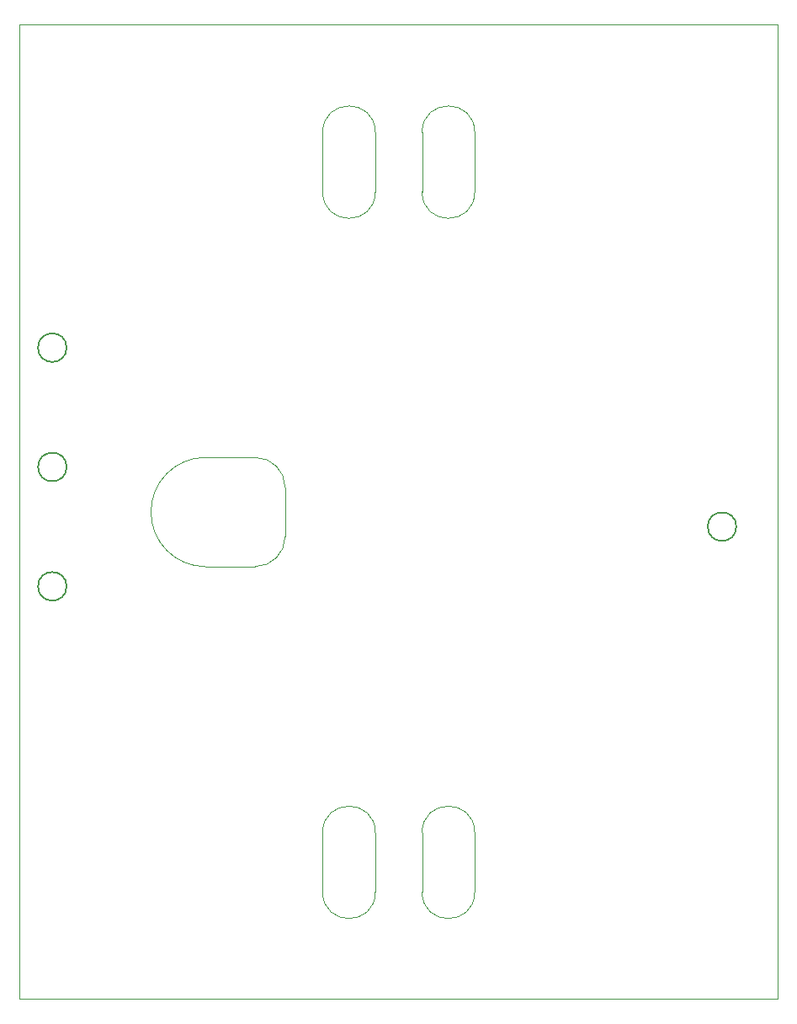
<source format=gbr>
%TF.GenerationSoftware,KiCad,Pcbnew,9.0.0*%
%TF.CreationDate,2025-04-21T01:21:51-04:00*%
%TF.ProjectId,xy_faces_CUpayload_v2,78795f66-6163-4657-935f-43557061796c,3.0*%
%TF.SameCoordinates,Original*%
%TF.FileFunction,Profile,NP*%
%FSLAX46Y46*%
G04 Gerber Fmt 4.6, Leading zero omitted, Abs format (unit mm)*
G04 Created by KiCad (PCBNEW 9.0.0) date 2025-04-21 01:21:51*
%MOMM*%
%LPD*%
G01*
G04 APERTURE LIST*
%TA.AperFunction,Profile*%
%ADD10C,0.050000*%
%TD*%
%TA.AperFunction,Profile*%
%ADD11C,0.100000*%
%TD*%
%TA.AperFunction,Profile*%
%ADD12C,0.200000*%
%TD*%
G04 APERTURE END LIST*
D10*
X136850000Y-153000000D02*
X136850000Y-147000000D01*
X142150000Y-153000000D02*
X142150000Y-147000000D01*
X146850000Y-147000000D02*
X146850000Y-153000000D01*
X152150000Y-153000000D02*
X152150000Y-147000000D01*
X142150000Y-76600000D02*
X142150000Y-82600000D01*
X136850000Y-76600000D02*
X136850000Y-82600000D01*
X146850000Y-76600000D02*
X146850000Y-82600000D01*
X152150000Y-76600000D02*
X152150000Y-82600000D01*
X142150000Y-82600000D02*
G75*
G02*
X136850000Y-82600000I-2650000J0D01*
G01*
D11*
X106350000Y-65750000D02*
X182650000Y-65750000D01*
X182650000Y-163750000D01*
X106350000Y-163750000D01*
X106350000Y-65750000D01*
D10*
X133075000Y-117262500D02*
G75*
G02*
X130075000Y-120262500I-3000000J0D01*
G01*
X146850000Y-76600000D02*
G75*
G02*
X152150000Y-76600000I2650000J0D01*
G01*
X136850000Y-76600000D02*
G75*
G02*
X142150000Y-76600000I2650000J0D01*
G01*
X125050000Y-120262500D02*
G75*
G02*
X125050000Y-109287500I12500J5487500D01*
G01*
X136850000Y-147000000D02*
G75*
G02*
X142150000Y-147000000I2650000J0D01*
G01*
X125050000Y-120262500D02*
X130075000Y-120262500D01*
X142150000Y-153000000D02*
G75*
G02*
X136850000Y-153000000I-2650000J0D01*
G01*
D12*
X111087500Y-98250000D02*
G75*
G02*
X108212500Y-98250000I-1437500J0D01*
G01*
X108212500Y-98250000D02*
G75*
G02*
X111087500Y-98250000I1437500J0D01*
G01*
D10*
X146850000Y-147000000D02*
G75*
G02*
X152150000Y-147000000I2650000J0D01*
G01*
D12*
X111087500Y-110250000D02*
G75*
G02*
X108212500Y-110250000I-1437500J0D01*
G01*
X108212500Y-110250000D02*
G75*
G02*
X111087500Y-110250000I1437500J0D01*
G01*
X111087500Y-122250000D02*
G75*
G02*
X108212500Y-122250000I-1437500J0D01*
G01*
X108212500Y-122250000D02*
G75*
G02*
X111087500Y-122250000I1437500J0D01*
G01*
D10*
X152150000Y-153000000D02*
G75*
G02*
X146850000Y-153000000I-2650000J0D01*
G01*
X125050000Y-109287500D02*
X130075000Y-109287500D01*
D12*
X178462500Y-116250000D02*
G75*
G02*
X175587500Y-116250000I-1437500J0D01*
G01*
X175587500Y-116250000D02*
G75*
G02*
X178462500Y-116250000I1437500J0D01*
G01*
D10*
X133075000Y-117262500D02*
X133075000Y-112287500D01*
X152150000Y-82600000D02*
G75*
G02*
X146850000Y-82600000I-2650000J0D01*
G01*
X130075000Y-109287500D02*
G75*
G02*
X133075000Y-112287500I0J-3000000D01*
G01*
M02*

</source>
